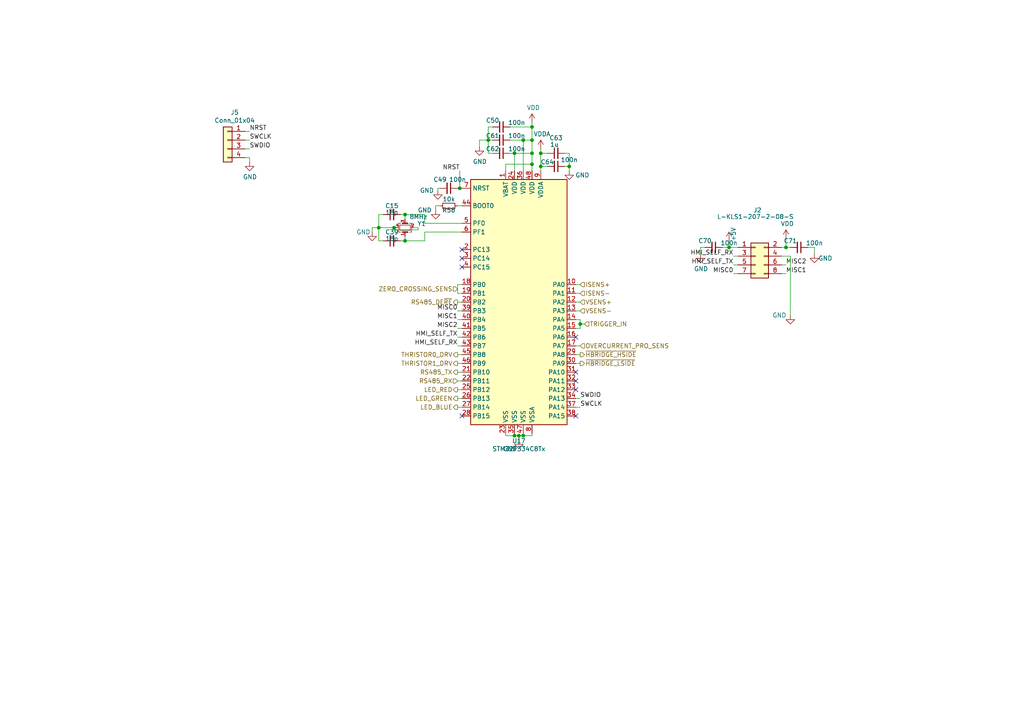
<source format=kicad_sch>
(kicad_sch (version 20200618) (host eeschema "5.99.0-unknown-f3f1740~101~ubuntu18.04.1")
  (page 9 8)
  (paper "A4")
  (lib_symbols
    (symbol "Connector_Generic:Conn_01x04_2" (pin_names hide)
      (property "Reference" "J" (at 0 5.08 0))
      (property "Value" "Conn_01x04" (at 0 -7.62 0))
      (symbol "Conn_01x04_2_1_1"
        (rectangle (start -1.27 -4.953) (end 0 -5.207))
        (rectangle (start -1.27 -2.413) (end 0 -2.667))
        (rectangle (start -1.27 2.667) (end 0 2.413))
        (rectangle (start -1.27 3.81) (end 1.27 -6.35) (stroke (width 0.254)) (fill (type background)))
        (rectangle (start -1.27 0.127) (end 0 -0.127))
        (pin passive line (at -5.08 2.54 0) (length 3.81) (name "Pin_1") (number "1"))
        (pin passive line (at -5.08 0 0) (length 3.81) (name "Pin_2") (number "2"))
        (pin passive line (at -5.08 -2.54 0) (length 3.81) (name "Pin_3") (number "3"))
        (pin passive line (at -5.08 -5.08 0) (length 3.81) (name "Pin_4") (number "4"))
      )
    )
    (symbol "Connector_Generic:Conn_02x04_Odd_Even" (pin_names hide)
      (property "Reference" "J" (at 1.27 5.08 0))
      (property "Value" "Conn_02x04_Odd_Even" (at 1.27 -7.62 0))
      (symbol "Conn_02x04_Odd_Even_1_1"
        (rectangle (start -1.27 -4.953) (end 0 -5.207))
        (rectangle (start -1.27 -2.413) (end 0 -2.667))
        (rectangle (start -1.27 2.667) (end 0 2.413))
        (rectangle (start -1.27 3.81) (end 3.81 -6.35) (stroke (width 0.254)) (fill (type background)))
        (rectangle (start -1.27 0.127) (end 0 -0.127))
        (rectangle (start 3.81 -4.953) (end 2.54 -5.207))
        (rectangle (start 3.81 -2.413) (end 2.54 -2.667))
        (rectangle (start 3.81 2.667) (end 2.54 2.413))
        (rectangle (start 3.81 0.127) (end 2.54 -0.127))
        (pin passive line (at -5.08 2.54 0) (length 3.81) (name "Pin_1") (number "1"))
        (pin passive line (at 7.62 2.54 180) (length 3.81) (name "Pin_2") (number "2"))
        (pin passive line (at -5.08 0 0) (length 3.81) (name "Pin_3") (number "3"))
        (pin passive line (at 7.62 0 180) (length 3.81) (name "Pin_4") (number "4"))
        (pin passive line (at -5.08 -2.54 0) (length 3.81) (name "Pin_5") (number "5"))
        (pin passive line (at 7.62 -2.54 180) (length 3.81) (name "Pin_6") (number "6"))
        (pin passive line (at -5.08 -5.08 0) (length 3.81) (name "Pin_7") (number "7"))
        (pin passive line (at 7.62 -5.08 180) (length 3.81) (name "Pin_8") (number "8"))
      )
    )
    (symbol "Device:C_Small" (pin_numbers hide) (pin_names (offset 0.254) hide)
      (property "Reference" "C" (at 0.254 1.778 0))
      (property "Value" "C_Small" (at 0.254 -2.032 0))
      (symbol "C_Small_0_1"
        (polyline (pts (xy -1.524 -0.508) (xy 1.524 -0.508)) (stroke (width 0.3302)))
        (polyline (pts (xy -1.524 0.508) (xy 1.524 0.508)) (stroke (width 0.3048)))
      )
      (symbol "C_Small_1_1"
        (pin passive line (at 0 2.54 270) (length 2.032) (name "~") (number "1"))
        (pin passive line (at 0 -2.54 90) (length 2.032) (name "~") (number "2"))
      )
    )
    (symbol "Device:C_Small_1" (pin_numbers hide) (pin_names (offset 0.254) hide)
      (property "Reference" "C" (at 0.254 1.778 0))
      (property "Value" "C_Small" (at 0.254 -2.032 0))
      (symbol "C_Small_1_0_1"
        (polyline (pts (xy -1.524 -0.508) (xy 1.524 -0.508)) (stroke (width 0.3302)))
        (polyline (pts (xy -1.524 0.508) (xy 1.524 0.508)) (stroke (width 0.3048)))
      )
      (symbol "C_Small_1_1_1"
        (pin passive line (at 0 2.54 270) (length 2.032) (name "~") (number "1"))
        (pin passive line (at 0 -2.54 90) (length 2.032) (name "~") (number "2"))
      )
    )
    (symbol "Device:C_Small_10" (pin_numbers hide) (pin_names (offset 0.254) hide)
      (property "Reference" "C" (at 0.254 1.778 0))
      (property "Value" "C_Small" (at 0.254 -2.032 0))
      (symbol "C_Small_10_0_1"
        (polyline (pts (xy -1.524 -0.508) (xy 1.524 -0.508)) (stroke (width 0.3302)))
        (polyline (pts (xy -1.524 0.508) (xy 1.524 0.508)) (stroke (width 0.3048)))
      )
      (symbol "C_Small_10_1_1"
        (pin passive line (at 0 2.54 270) (length 2.032) (name "~") (number "1"))
        (pin passive line (at 0 -2.54 90) (length 2.032) (name "~") (number "2"))
      )
    )
    (symbol "Device:C_Small_11" (pin_numbers hide) (pin_names (offset 0.254) hide)
      (property "Reference" "C" (at 0.254 1.778 0))
      (property "Value" "C_Small" (at 0.254 -2.032 0))
      (symbol "C_Small_11_0_1"
        (polyline (pts (xy -1.524 -0.508) (xy 1.524 -0.508)) (stroke (width 0.3302)))
        (polyline (pts (xy -1.524 0.508) (xy 1.524 0.508)) (stroke (width 0.3048)))
      )
      (symbol "C_Small_11_1_1"
        (pin passive line (at 0 2.54 270) (length 2.032) (name "~") (number "1"))
        (pin passive line (at 0 -2.54 90) (length 2.032) (name "~") (number "2"))
      )
    )
    (symbol "Device:C_Small_2" (pin_numbers hide) (pin_names (offset 0.254) hide)
      (property "Reference" "C" (at 0.254 1.778 0))
      (property "Value" "C_Small" (at 0.254 -2.032 0))
      (symbol "C_Small_2_0_1"
        (polyline (pts (xy -1.524 -0.508) (xy 1.524 -0.508)) (stroke (width 0.3302)))
        (polyline (pts (xy -1.524 0.508) (xy 1.524 0.508)) (stroke (width 0.3048)))
      )
      (symbol "C_Small_2_1_1"
        (pin passive line (at 0 2.54 270) (length 2.032) (name "~") (number "1"))
        (pin passive line (at 0 -2.54 90) (length 2.032) (name "~") (number "2"))
      )
    )
    (symbol "Device:C_Small_3" (pin_numbers hide) (pin_names (offset 0.254) hide)
      (property "Reference" "C" (at 0.254 1.778 0))
      (property "Value" "C_Small" (at 0.254 -2.032 0))
      (symbol "C_Small_3_0_1"
        (polyline (pts (xy -1.524 -0.508) (xy 1.524 -0.508)) (stroke (width 0.3302)))
        (polyline (pts (xy -1.524 0.508) (xy 1.524 0.508)) (stroke (width 0.3048)))
      )
      (symbol "C_Small_3_1_1"
        (pin passive line (at 0 2.54 270) (length 2.032) (name "~") (number "1"))
        (pin passive line (at 0 -2.54 90) (length 2.032) (name "~") (number "2"))
      )
    )
    (symbol "Device:C_Small_6" (pin_numbers hide) (pin_names (offset 0.254) hide)
      (property "Reference" "C" (at 0.254 1.778 0))
      (property "Value" "C_Small" (at 0.254 -2.032 0))
      (symbol "C_Small_6_0_1"
        (polyline (pts (xy -1.524 -0.508) (xy 1.524 -0.508)) (stroke (width 0.3302)))
        (polyline (pts (xy -1.524 0.508) (xy 1.524 0.508)) (stroke (width 0.3048)))
      )
      (symbol "C_Small_6_1_1"
        (pin passive line (at 0 2.54 270) (length 2.032) (name "~") (number "1"))
        (pin passive line (at 0 -2.54 90) (length 2.032) (name "~") (number "2"))
      )
    )
    (symbol "Device:C_Small_7" (pin_numbers hide) (pin_names (offset 0.254) hide)
      (property "Reference" "C" (at 0.254 1.778 0))
      (property "Value" "C_Small" (at 0.254 -2.032 0))
      (symbol "C_Small_7_0_1"
        (polyline (pts (xy -1.524 -0.508) (xy 1.524 -0.508)) (stroke (width 0.3302)))
        (polyline (pts (xy -1.524 0.508) (xy 1.524 0.508)) (stroke (width 0.3048)))
      )
      (symbol "C_Small_7_1_1"
        (pin passive line (at 0 2.54 270) (length 2.032) (name "~") (number "1"))
        (pin passive line (at 0 -2.54 90) (length 2.032) (name "~") (number "2"))
      )
    )
    (symbol "Device:C_Small_8" (pin_numbers hide) (pin_names (offset 0.254) hide)
      (property "Reference" "C" (at 0.254 1.778 0))
      (property "Value" "C_Small" (at 0.254 -2.032 0))
      (symbol "C_Small_8_0_1"
        (polyline (pts (xy -1.524 -0.508) (xy 1.524 -0.508)) (stroke (width 0.3302)))
        (polyline (pts (xy -1.524 0.508) (xy 1.524 0.508)) (stroke (width 0.3048)))
      )
      (symbol "C_Small_8_1_1"
        (pin passive line (at 0 2.54 270) (length 2.032) (name "~") (number "1"))
        (pin passive line (at 0 -2.54 90) (length 2.032) (name "~") (number "2"))
      )
    )
    (symbol "Device:C_Small_9" (pin_numbers hide) (pin_names (offset 0.254) hide)
      (property "Reference" "C" (at 0.254 1.778 0))
      (property "Value" "C_Small" (at 0.254 -2.032 0))
      (symbol "C_Small_9_0_1"
        (polyline (pts (xy -1.524 -0.508) (xy 1.524 -0.508)) (stroke (width 0.3302)))
        (polyline (pts (xy -1.524 0.508) (xy 1.524 0.508)) (stroke (width 0.3048)))
      )
      (symbol "C_Small_9_1_1"
        (pin passive line (at 0 2.54 270) (length 2.032) (name "~") (number "1"))
        (pin passive line (at 0 -2.54 90) (length 2.032) (name "~") (number "2"))
      )
    )
    (symbol "Device:Crystal_GND24_Small" (pin_names hide)
      (property "Reference" "Y" (at 1.27 4.445 0))
      (property "Value" "Crystal_GND24_Small" (at 1.27 2.54 0))
      (symbol "Crystal_GND24_Small_0_1"
        (rectangle (start -0.762 -1.524) (end 0.762 1.524))
        (polyline (pts (xy -1.27 -0.762) (xy -1.27 0.762)) (stroke (width 0.381)))
        (polyline (pts (xy 1.27 -0.762) (xy 1.27 0.762)) (stroke (width 0.381)))
        (polyline (pts (xy -1.27 -1.27) (xy -1.27 -1.905) (xy 1.27 -1.905) (xy 1.27 -1.27)))
        (polyline (pts (xy -1.27 1.27) (xy -1.27 1.905) (xy 1.27 1.905) (xy 1.27 1.27)))
      )
      (symbol "Crystal_GND24_Small_1_1"
        (pin passive line (at -2.54 0 0) (length 1.27) (name "1") (number "1"))
        (pin passive line (at 0 -2.54 90) (length 0.635) (name "2") (number "2"))
        (pin passive line (at 2.54 0 180) (length 1.27) (name "3") (number "3"))
        (pin passive line (at 0 2.54 270) (length 0.635) (name "4") (number "4"))
      )
    )
    (symbol "Device:R_Small" (pin_numbers hide) (pin_names (offset 0.254) hide)
      (property "Reference" "R" (at 0.762 0.508 0))
      (property "Value" "R_Small" (at 0.762 -1.016 0))
      (symbol "R_Small_0_1"
        (rectangle (start -0.762 1.778) (end 0.762 -1.778) (stroke (width 0.2032)))
      )
      (symbol "R_Small_1_1"
        (pin passive line (at 0 2.54 270) (length 0.762) (name "~") (number "1"))
        (pin passive line (at 0 -2.54 90) (length 0.762) (name "~") (number "2"))
      )
    )
    (symbol "MCU_ST_STM32F3:STM32F334C8Tx" (pin_names (offset 0.508))
      (property "Reference" "U" (at -15.24 36.83 0))
      (property "Value" "STM32F334C8Tx" (at 7.62 36.83 0))
      (symbol "STM32F334C8Tx_0_1"
        (rectangle (start -15.24 -35.56) (end 12.7 35.56) (stroke (width 0.254)) (fill (type background)))
      )
      (symbol "STM32F334C8Tx_1_1"
        (pin input line (at -17.78 27.94 0) (length 2.54) (name "BOOT0") (number "44"))
        (pin input line (at -17.78 33.02 0) (length 2.54) (name "NRST") (number "7"))
        (pin bidirectional line (at 15.24 5.08 180) (length 2.54) (name "PA0") (number "10"))
        (pin bidirectional line (at 15.24 2.54 180) (length 2.54) (name "PA1") (number "11"))
        (pin bidirectional line (at 15.24 -20.32 180) (length 2.54) (name "PA10") (number "31"))
        (pin bidirectional line (at 15.24 -22.86 180) (length 2.54) (name "PA11") (number "32"))
        (pin bidirectional line (at 15.24 -25.4 180) (length 2.54) (name "PA12") (number "33"))
        (pin bidirectional line (at 15.24 -27.94 180) (length 2.54) (name "PA13") (number "34"))
        (pin bidirectional line (at 15.24 -30.48 180) (length 2.54) (name "PA14") (number "37"))
        (pin bidirectional line (at 15.24 -33.02 180) (length 2.54) (name "PA15") (number "38"))
        (pin bidirectional line (at 15.24 0 180) (length 2.54) (name "PA2") (number "12"))
        (pin bidirectional line (at 15.24 -2.54 180) (length 2.54) (name "PA3") (number "13"))
        (pin bidirectional line (at 15.24 -5.08 180) (length 2.54) (name "PA4") (number "14"))
        (pin bidirectional line (at 15.24 -7.62 180) (length 2.54) (name "PA5") (number "15"))
        (pin bidirectional line (at 15.24 -10.16 180) (length 2.54) (name "PA6") (number "16"))
        (pin bidirectional line (at 15.24 -12.7 180) (length 2.54) (name "PA7") (number "17"))
        (pin bidirectional line (at 15.24 -15.24 180) (length 2.54) (name "PA8") (number "29"))
        (pin bidirectional line (at 15.24 -17.78 180) (length 2.54) (name "PA9") (number "30"))
        (pin bidirectional line (at -17.78 5.08 0) (length 2.54) (name "PB0") (number "18"))
        (pin bidirectional line (at -17.78 2.54 0) (length 2.54) (name "PB1") (number "19"))
        (pin bidirectional line (at -17.78 -20.32 0) (length 2.54) (name "PB10") (number "21"))
        (pin bidirectional line (at -17.78 -22.86 0) (length 2.54) (name "PB11") (number "22"))
        (pin bidirectional line (at -17.78 -25.4 0) (length 2.54) (name "PB12") (number "25"))
        (pin bidirectional line (at -17.78 -27.94 0) (length 2.54) (name "PB13") (number "26"))
        (pin bidirectional line (at -17.78 -30.48 0) (length 2.54) (name "PB14") (number "27"))
        (pin bidirectional line (at -17.78 -33.02 0) (length 2.54) (name "PB15") (number "28"))
        (pin bidirectional line (at -17.78 0 0) (length 2.54) (name "PB2") (number "20"))
        (pin bidirectional line (at -17.78 -2.54 0) (length 2.54) (name "PB3") (number "39"))
        (pin bidirectional line (at -17.78 -5.08 0) (length 2.54) (name "PB4") (number "40"))
        (pin bidirectional line (at -17.78 -7.62 0) (length 2.54) (name "PB5") (number "41"))
        (pin bidirectional line (at -17.78 -10.16 0) (length 2.54) (name "PB6") (number "42"))
        (pin bidirectional line (at -17.78 -12.7 0) (length 2.54) (name "PB7") (number "43"))
        (pin bidirectional line (at -17.78 -15.24 0) (length 2.54) (name "PB8") (number "45"))
        (pin bidirectional line (at -17.78 -17.78 0) (length 2.54) (name "PB9") (number "46"))
        (pin bidirectional line (at -17.78 15.24 0) (length 2.54) (name "PC13") (number "2"))
        (pin bidirectional line (at -17.78 12.7 0) (length 2.54) (name "PC14") (number "3"))
        (pin bidirectional line (at -17.78 10.16 0) (length 2.54) (name "PC15") (number "4"))
        (pin input line (at -17.78 22.86 0) (length 2.54) (name "PF0") (number "5"))
        (pin input line (at -17.78 20.32 0) (length 2.54) (name "PF1") (number "6"))
        (pin power_in line (at -5.08 38.1 270) (length 2.54) (name "VBAT") (number "1"))
        (pin power_in line (at -2.54 38.1 270) (length 2.54) (name "VDD") (number "24"))
        (pin power_in line (at 0 38.1 270) (length 2.54) (name "VDD") (number "36"))
        (pin power_in line (at 2.54 38.1 270) (length 2.54) (name "VDD") (number "48"))
        (pin power_in line (at 5.08 38.1 270) (length 2.54) (name "VDDA") (number "9"))
        (pin power_in line (at -5.08 -38.1 90) (length 2.54) (name "VSS") (number "23"))
        (pin power_in line (at -2.54 -38.1 90) (length 2.54) (name "VSS") (number "35"))
        (pin power_in line (at 0 -38.1 90) (length 2.54) (name "VSS") (number "47"))
        (pin power_in line (at 2.54 -38.1 90) (length 2.54) (name "VSSA") (number "8"))
      )
    )
    (symbol "power:+5V" (power) (pin_names (offset 0))
      (property "Value" "+5V" (at 0 3.556 0))
      (symbol "+5V_0_1"
        (polyline (pts (xy -0.762 1.27) (xy 0 2.54)))
        (polyline (pts (xy 0 0) (xy 0 2.54)))
        (polyline (pts (xy 0 2.54) (xy 0.762 1.27)))
      )
      (symbol "+5V_1_1"
        (pin power_in line (at 0 0 90) (length 0) hide (name "+5V") (number "1"))
      )
    )
    (symbol "power:GND" (power) (pin_names (offset 0))
      (property "Value" "GND" (at 0 -3.81 0))
      (symbol "GND_0_1"
        (polyline (pts (xy 0 0) (xy 0 -1.27) (xy 1.27 -1.27) (xy 0 -2.54) (xy -1.27 -1.27) (xy 0 -1.27)))
      )
      (symbol "GND_1_1"
        (pin power_in line (at 0 0 270) (length 0) hide (name "GND") (number "1"))
      )
    )
    (symbol "power:VDD" (power) (pin_names (offset 0))
      (property "Value" "VDD" (at 0 3.81 0))
      (symbol "VDD_0_1"
        (polyline (pts (xy -0.762 1.27) (xy 0 2.54)))
        (polyline (pts (xy 0 0) (xy 0 2.54)))
        (polyline (pts (xy 0 2.54) (xy 0.762 1.27)))
      )
      (symbol "VDD_1_1"
        (pin power_in line (at 0 0 90) (length 0) hide (name "VDD") (number "1"))
      )
    )
    (symbol "power:VDDA" (power) (pin_names (offset 0))
      (property "Value" "VDDA" (at 0 3.81 0))
      (symbol "VDDA_0_1"
        (polyline (pts (xy -0.762 1.27) (xy 0 2.54)))
        (polyline (pts (xy 0 0) (xy 0 2.54)))
        (polyline (pts (xy 0 2.54) (xy 0.762 1.27)))
      )
      (symbol "VDDA_1_1"
        (pin power_in line (at 0 0 90) (length 0) hide (name "VDDA") (number "1"))
      )
    )
  )
  (junction (at 109.855 66.04))
  (junction (at 114.3 66.04))
  (junction (at 117.475 62.23))
  (junction (at 117.475 69.85))
  (junction (at 133.35 54.61))
  (junction (at 141.605 40.64))
  (junction (at 149.225 44.45))
  (junction (at 149.225 126.365))
  (junction (at 150.495 126.365))
  (junction (at 151.765 40.64))
  (junction (at 151.765 126.365))
  (junction (at 154.305 36.83))
  (junction (at 154.305 40.64))
  (junction (at 154.305 44.45))
  (junction (at 154.305 47.625))
  (junction (at 156.845 44.45))
  (junction (at 156.845 48.26))
  (junction (at 165.1 48.26))
  (junction (at 168.275 93.98))
  (junction (at 211.455 71.755))
  (junction (at 227.965 71.755))
  (no_connect (at 133.985 74.93))
  (no_connect (at 167.005 120.65))
  (no_connect (at 167.005 110.49))
  (no_connect (at 133.985 77.47))
  (no_connect (at 167.005 97.79))
  (no_connect (at 167.005 107.95))
  (no_connect (at 133.985 72.39))
  (no_connect (at 133.985 120.65))
  (no_connect (at 167.005 113.03))
  (wire (pts (xy 71.12 38.1) (xy 72.39 38.1)))
  (wire (pts (xy 71.12 40.64) (xy 72.39 40.64)))
  (wire (pts (xy 71.12 43.18) (xy 72.39 43.18)))
  (wire (pts (xy 71.12 45.72) (xy 72.39 45.72)))
  (wire (pts (xy 72.39 45.72) (xy 72.39 46.99)))
  (wire (pts (xy 107.95 66.04) (xy 109.855 66.04)))
  (wire (pts (xy 107.95 67.31) (xy 107.95 66.04)))
  (wire (pts (xy 109.855 62.23) (xy 109.855 66.04)))
  (wire (pts (xy 109.855 66.04) (xy 109.855 69.85)))
  (wire (pts (xy 109.855 66.04) (xy 114.3 66.04)))
  (wire (pts (xy 109.855 69.85) (xy 111.125 69.85)))
  (wire (pts (xy 111.125 62.23) (xy 109.855 62.23)))
  (wire (pts (xy 114.3 66.04) (xy 114.3 66.675)))
  (wire (pts (xy 114.3 66.04) (xy 114.935 66.04)))
  (wire (pts (xy 114.3 66.675) (xy 121.285 66.675)))
  (wire (pts (xy 116.205 62.23) (xy 117.475 62.23)))
  (wire (pts (xy 116.205 69.85) (xy 117.475 69.85)))
  (wire (pts (xy 117.475 62.23) (xy 117.475 63.5)))
  (wire (pts (xy 117.475 62.23) (xy 123.19 62.23)))
  (wire (pts (xy 117.475 69.85) (xy 117.475 68.58)))
  (wire (pts (xy 117.475 69.85) (xy 123.19 69.85)))
  (wire (pts (xy 120.015 66.04) (xy 121.285 66.04)))
  (wire (pts (xy 121.285 66.675) (xy 121.285 66.04)))
  (wire (pts (xy 123.19 62.23) (xy 123.19 64.77)))
  (wire (pts (xy 123.19 64.77) (xy 133.985 64.77)))
  (wire (pts (xy 123.19 67.31) (xy 133.985 67.31)))
  (wire (pts (xy 123.19 69.85) (xy 123.19 67.31)))
  (wire (pts (xy 126.365 59.69) (xy 127.635 59.69)))
  (wire (pts (xy 126.365 60.96) (xy 126.365 59.69)))
  (wire (pts (xy 127 54.61) (xy 127.635 54.61)))
  (wire (pts (xy 127 55.245) (xy 127 54.61)))
  (wire (pts (xy 132.715 54.61) (xy 133.35 54.61)))
  (wire (pts (xy 132.715 59.69) (xy 133.985 59.69)))
  (wire (pts (xy 132.715 82.55) (xy 132.715 85.09)))
  (wire (pts (xy 132.715 85.09) (xy 133.985 85.09)))
  (wire (pts (xy 132.715 87.63) (xy 133.985 87.63)))
  (wire (pts (xy 132.715 90.17) (xy 133.985 90.17)))
  (wire (pts (xy 132.715 92.71) (xy 133.985 92.71)))
  (wire (pts (xy 132.715 95.25) (xy 133.985 95.25)))
  (wire (pts (xy 132.715 97.79) (xy 133.985 97.79)))
  (wire (pts (xy 132.715 100.33) (xy 133.985 100.33)))
  (wire (pts (xy 132.715 102.87) (xy 133.985 102.87)))
  (wire (pts (xy 132.715 105.41) (xy 133.985 105.41)))
  (wire (pts (xy 132.715 107.95) (xy 133.985 107.95)))
  (wire (pts (xy 132.715 110.49) (xy 133.985 110.49)))
  (wire (pts (xy 132.715 113.03) (xy 133.985 113.03)))
  (wire (pts (xy 132.715 115.57) (xy 133.985 115.57)))
  (wire (pts (xy 132.715 118.11) (xy 133.985 118.11)))
  (wire (pts (xy 133.35 49.53) (xy 133.35 54.61)))
  (wire (pts (xy 133.35 54.61) (xy 133.985 54.61)))
  (wire (pts (xy 133.985 82.55) (xy 132.715 82.55)))
  (wire (pts (xy 139.065 40.64) (xy 141.605 40.64)))
  (wire (pts (xy 139.065 42.545) (xy 139.065 40.64)))
  (wire (pts (xy 141.605 36.83) (xy 141.605 40.64)))
  (wire (pts (xy 141.605 40.64) (xy 141.605 44.45)))
  (wire (pts (xy 141.605 40.64) (xy 142.875 40.64)))
  (wire (pts (xy 141.605 44.45) (xy 142.875 44.45)))
  (wire (pts (xy 142.875 36.83) (xy 141.605 36.83)))
  (wire (pts (xy 146.685 47.625) (xy 154.305 47.625)))
  (wire (pts (xy 146.685 49.53) (xy 146.685 47.625)))
  (wire (pts (xy 146.685 125.73) (xy 146.685 126.365)))
  (wire (pts (xy 146.685 126.365) (xy 149.225 126.365)))
  (wire (pts (xy 147.955 36.83) (xy 154.305 36.83)))
  (wire (pts (xy 147.955 40.64) (xy 151.765 40.64)))
  (wire (pts (xy 149.225 44.45) (xy 147.955 44.45)))
  (wire (pts (xy 149.225 44.45) (xy 154.305 44.45)))
  (wire (pts (xy 149.225 49.53) (xy 149.225 44.45)))
  (wire (pts (xy 149.225 125.73) (xy 149.225 126.365)))
  (wire (pts (xy 149.225 126.365) (xy 150.495 126.365)))
  (wire (pts (xy 150.495 126.365) (xy 150.495 127.635)))
  (wire (pts (xy 150.495 126.365) (xy 151.765 126.365)))
  (wire (pts (xy 151.765 40.64) (xy 151.765 49.53)))
  (wire (pts (xy 151.765 40.64) (xy 154.305 40.64)))
  (wire (pts (xy 151.765 126.365) (xy 151.765 125.73)))
  (wire (pts (xy 151.765 126.365) (xy 154.305 126.365)))
  (wire (pts (xy 154.305 35.56) (xy 154.305 36.83)))
  (wire (pts (xy 154.305 36.83) (xy 154.305 40.64)))
  (wire (pts (xy 154.305 40.64) (xy 154.305 44.45)))
  (wire (pts (xy 154.305 44.45) (xy 154.305 47.625)))
  (wire (pts (xy 154.305 47.625) (xy 154.305 49.53)))
  (wire (pts (xy 154.305 126.365) (xy 154.305 125.73)))
  (wire (pts (xy 156.845 43.18) (xy 156.845 44.45)))
  (wire (pts (xy 156.845 44.45) (xy 156.845 48.26)))
  (wire (pts (xy 156.845 44.45) (xy 158.75 44.45)))
  (wire (pts (xy 156.845 48.26) (xy 156.845 49.53)))
  (wire (pts (xy 156.845 48.26) (xy 158.75 48.26)))
  (wire (pts (xy 163.83 44.45) (xy 165.1 44.45)))
  (wire (pts (xy 163.83 48.26) (xy 165.1 48.26)))
  (wire (pts (xy 165.1 44.45) (xy 165.1 48.26)))
  (wire (pts (xy 165.1 48.26) (xy 165.1 49.53)))
  (wire (pts (xy 167.005 82.55) (xy 168.275 82.55)))
  (wire (pts (xy 167.005 85.09) (xy 168.275 85.09)))
  (wire (pts (xy 167.005 87.63) (xy 168.275 87.63)))
  (wire (pts (xy 167.005 90.17) (xy 168.275 90.17)))
  (wire (pts (xy 167.005 95.25) (xy 168.275 95.25)))
  (wire (pts (xy 167.005 100.33) (xy 168.275 100.33)))
  (wire (pts (xy 167.005 102.87) (xy 168.275 102.87)))
  (wire (pts (xy 167.005 105.41) (xy 168.275 105.41)))
  (wire (pts (xy 167.005 115.57) (xy 168.275 115.57)))
  (wire (pts (xy 167.005 118.11) (xy 168.275 118.11)))
  (wire (pts (xy 168.275 92.71) (xy 167.005 92.71)))
  (wire (pts (xy 168.275 93.98) (xy 168.275 92.71)))
  (wire (pts (xy 168.275 93.98) (xy 169.545 93.98)))
  (wire (pts (xy 168.275 95.25) (xy 168.275 93.98)))
  (wire (pts (xy 203.2 71.755) (xy 204.47 71.755)))
  (wire (pts (xy 203.2 73.66) (xy 203.2 71.755)))
  (wire (pts (xy 209.55 71.755) (xy 211.455 71.755)))
  (wire (pts (xy 211.455 69.85) (xy 211.455 71.755)))
  (wire (pts (xy 211.455 71.755) (xy 213.995 71.755)))
  (wire (pts (xy 212.725 74.295) (xy 213.995 74.295)))
  (wire (pts (xy 212.725 76.835) (xy 213.995 76.835)))
  (wire (pts (xy 212.725 79.375) (xy 213.995 79.375)))
  (wire (pts (xy 226.695 71.755) (xy 227.965 71.755)))
  (wire (pts (xy 226.695 76.835) (xy 227.965 76.835)))
  (wire (pts (xy 226.695 79.375) (xy 227.965 79.375)))
  (wire (pts (xy 227.965 71.755) (xy 227.965 69.215)))
  (wire (pts (xy 227.965 71.755) (xy 229.235 71.755)))
  (wire (pts (xy 229.235 74.295) (xy 226.695 74.295)))
  (wire (pts (xy 229.235 91.44) (xy 229.235 74.295)))
  (wire (pts (xy 234.315 71.755) (xy 236.22 71.755)))
  (wire (pts (xy 236.22 71.755) (xy 236.22 73.66)))
  (label "NRST" (at 72.39 38.1 0))
  (label "SWCLK" (at 72.39 40.64 0))
  (label "SWDIO" (at 72.39 43.18 0))
  (label "MISC0" (at 132.715 90.17 180))
  (label "MISC1" (at 132.715 92.71 180))
  (label "MISC2" (at 132.715 95.25 180))
  (label "HMI_SELF_TX" (at 132.715 97.79 180))
  (label "HMI_SELF_RX" (at 132.715 100.33 180))
  (label "NRST" (at 133.35 49.53 180))
  (label "SWDIO" (at 168.275 115.57 0))
  (label "SWCLK" (at 168.275 118.11 0))
  (label "HMI_SELF_RX" (at 212.725 74.295 180))
  (label "HMI_SELF_TX" (at 212.725 76.835 180))
  (label "MISC0" (at 212.725 79.375 180))
  (label "MISC2" (at 227.965 76.835 0))
  (label "MISC1" (at 227.965 79.375 0))
  (hierarchical_label "ZERO_CROSSING_SENS" (shape input) (at 132.715 83.82 180))
  (hierarchical_label "RS485_DE~RE" (shape output) (at 132.715 87.63 180))
  (hierarchical_label "THRISTOR0_DRV" (shape output) (at 132.715 102.87 180))
  (hierarchical_label "THRISTOR1_DRV" (shape output) (at 132.715 105.41 180))
  (hierarchical_label "RS485_TX" (shape output) (at 132.715 107.95 180))
  (hierarchical_label "RS485_RX" (shape input) (at 132.715 110.49 180))
  (hierarchical_label "LED_RED" (shape output) (at 132.715 113.03 180))
  (hierarchical_label "LED_GREEN" (shape output) (at 132.715 115.57 180))
  (hierarchical_label "LED_BLUE" (shape output) (at 132.715 118.11 180))
  (hierarchical_label "ISENS+" (shape input) (at 168.275 82.55 0))
  (hierarchical_label "ISENS-" (shape input) (at 168.275 85.09 0))
  (hierarchical_label "VSENS+" (shape input) (at 168.275 87.63 0))
  (hierarchical_label "VSENS-" (shape input) (at 168.275 90.17 0))
  (hierarchical_label "OVERCURRENT_PRO_SENS" (shape input) (at 168.275 100.33 0))
  (hierarchical_label "~HBRIDGE_HSIDE" (shape output) (at 168.275 102.87 0))
  (hierarchical_label "~HBRIDGE_LSIDE" (shape output) (at 168.275 105.41 0))
  (hierarchical_label "TRIGGER_IN" (shape input) (at 169.545 93.98 0))
  (symbol (lib_id "power:VDD") (at 154.305 35.56 0)
    (property "Reference" "#PWR064" (effects hide))
    (property "Value" "VDD" (at 154.686 31.242 0))
  )
  (symbol (lib_id "power:VDDA") (at 156.845 43.18 0)
    (property "Reference" "#PWR069" (effects hide))
    (property "Value" "VDDA" (at 157.226 38.862 0))
  )
  (symbol (lib_id "power:+5V") (at 211.455 69.85 0)
    (property "Reference" "#PWR031" (effects hide))
    (property "Value" "+5V" (at 212.725 67.945 90))
  )
  (symbol (lib_id "power:VDD") (at 227.965 69.215 0)
    (property "Reference" "#PWR073" (effects hide))
    (property "Value" "VDD" (at 228.346 64.897 0))
  )
  (symbol (lib_id "power:GND") (at 72.39 46.99 0)
    (property "Reference" "#PWR027" (effects hide))
    (property "Value" "GND" (at 72.5043 51.3144 0))
  )
  (symbol (lib_id "power:GND") (at 107.95 67.31 0)
    (property "Reference" "#PWR034" (effects hide))
    (property "Value" "GND" (at 105.41 67.31 0))
  )
  (symbol (lib_id "power:GND") (at 126.365 60.96 0)
    (property "Reference" "#PWR054" (effects hide))
    (property "Value" "GND" (at 123.19 60.96 0))
  )
  (symbol (lib_id "power:GND") (at 127 55.245 0)
    (property "Reference" "#PWR057" (effects hide))
    (property "Value" "GND" (at 123.825 55.245 0))
  )
  (symbol (lib_id "power:GND") (at 139.065 42.545 0)
    (property "Reference" "#PWR063" (effects hide))
    (property "Value" "GND" (at 139.1793 46.8694 0))
  )
  (symbol (lib_id "power:GND") (at 150.495 127.635 0)
    (property "Reference" "#PWR024" (effects hide))
    (property "Value" "GND" (at 147.955 130.175 0))
  )
  (symbol (lib_id "power:GND") (at 165.1 49.53 0)
    (property "Reference" "#PWR070" (effects hide))
    (property "Value" "GND" (at 168.91 50.8 0))
  )
  (symbol (lib_id "power:GND") (at 203.2 73.66 0)
    (property "Reference" "#PWR0121" (effects hide))
    (property "Value" "GND" (at 203.327 77.978 0))
  )
  (symbol (lib_id "power:GND") (at 229.235 91.44 0)
    (property "Reference" "#PWR029" (effects hide))
    (property "Value" "GND" (at 226.06 91.44 0))
  )
  (symbol (lib_id "power:GND") (at 236.22 73.66 0)
    (property "Reference" "#PWR0122" (effects hide))
    (property "Value" "GND" (at 239.395 74.93 0))
  )
  (symbol (lib_id "Device:R_Small") (at 130.175 59.69 270)
    (property "Reference" "R58" (at 130.175 60.96 90))
    (property "Value" "10k" (at 130.175 57.785 90))
    (property "Footprint" "Resistor_SMD:R_0805_2012Metric" (effects hide))
    (property "Link" "https://ozdisan.com/passive-components/resistors/smt-smd-and-chip-resistors/0805S8J0103T5E" (effects hide))
    (property "Price" "0.01518TL" (effects hide))
  )
  (symbol (lib_name "Device:C_Small_10") (lib_id "Device:C_Small") (at 113.665 62.23 90)
    (property "Reference" "C15" (at 113.665 59.69 90))
    (property "Value" "18p" (at 113.665 61.595 90))
    (property "Footprint" "Capacitor_SMD:C_0603_1608Metric" (effects hide))
    (property "Link" "https://ozdisan.com/passive-components/capacitors/smt-smd-and-mlcc-capacitors/CL10C180JB8NNNC" (effects hide))
    (property "Price" "0.03966TL" (effects hide))
  )
  (symbol (lib_name "Device:C_Small_11") (lib_id "Device:C_Small") (at 113.665 69.85 90)
    (property "Reference" "C39" (at 113.665 67.31 90))
    (property "Value" "18p" (at 113.665 69.215 90))
    (property "Footprint" "Capacitor_SMD:C_0603_1608Metric" (effects hide))
    (property "Link" "https://ozdisan.com/passive-components/capacitors/smt-smd-and-mlcc-capacitors/CL10C180JB8NNNC" (effects hide))
    (property "Price" "0.03966TL" (effects hide))
  )
  (symbol (lib_name "Device:C_Small_8") (lib_id "Device:C_Small") (at 130.175 54.61 270)
    (property "Reference" "C49" (at 127.635 52.07 90))
    (property "Value" "100n" (at 132.715 52.07 90))
    (property "Footprint" "Capacitor_SMD:C_0805_2012Metric" (effects hide))
    (property "Link" "https://ozdisan.com/passive-components/capacitors/smt-smd-and-mlcc-capacitors/CL21B104KBFWPNE" (effects hide))
    (property "Price" "0.10509TL" (effects hide))
  )
  (symbol (lib_name "Device:C_Small_9") (lib_id "Device:C_Small") (at 145.415 36.83 270)
    (property "Reference" "C50" (at 142.875 34.925 90))
    (property "Value" "100n" (at 149.86 35.56 90))
    (property "Footprint" "Capacitor_SMD:C_0805_2012Metric" (effects hide))
    (property "Link" "https://ozdisan.com/passive-components/capacitors/smt-smd-and-mlcc-capacitors/CL21B104KBFWPNE" (effects hide))
    (property "Price" "0.10509TL" (effects hide))
  )
  (symbol (lib_id "Device:C_Small") (at 145.415 40.64 270)
    (property "Reference" "C61" (at 142.875 39.37 90))
    (property "Value" "100n" (at 149.86 39.37 90))
    (property "Footprint" "Capacitor_SMD:C_0805_2012Metric" (effects hide))
    (property "Link" "https://ozdisan.com/passive-components/capacitors/smt-smd-and-mlcc-capacitors/CL21B104KBFWPNE" (effects hide))
    (property "Price" "0.10509TL" (effects hide))
  )
  (symbol (lib_name "Device:C_Small_1") (lib_id "Device:C_Small") (at 145.415 44.45 270)
    (property "Reference" "C62" (at 142.875 43.18 90))
    (property "Value" "100n" (at 149.86 43.18 90))
    (property "Footprint" "Capacitor_SMD:C_0805_2012Metric" (effects hide))
    (property "Link" "https://ozdisan.com/passive-components/capacitors/smt-smd-and-mlcc-capacitors/CL21B104KBFWPNE" (effects hide))
    (property "Price" "0.10509TL" (effects hide))
  )
  (symbol (lib_name "Device:C_Small_6") (lib_id "Device:C_Small") (at 161.29 44.45 90)
    (property "Reference" "C63" (at 161.29 40.005 90))
    (property "Value" "1u " (at 161.29 41.91 90))
    (property "Footprint" "Capacitor_SMD:C_0805_2012Metric" (effects hide))
    (property "Link" "https://ozdisan.com/passive-components/capacitors/smt-smd-and-mlcc-capacitors/CL10A105KB8NNNC" (effects hide))
    (property "Price" "0.16514TL" (effects hide))
  )
  (symbol (lib_name "Device:C_Small_7") (lib_id "Device:C_Small") (at 161.29 48.26 270)
    (property "Reference" "C64" (at 158.75 46.99 90))
    (property "Value" "100n" (at 165.1 46.355 90))
    (property "Footprint" "Capacitor_SMD:C_0805_2012Metric" (effects hide))
    (property "Link" "https://ozdisan.com/passive-components/capacitors/smt-smd-and-mlcc-capacitors/CL21B104KBFWPNE" (effects hide))
    (property "Price" "0.10509TL" (effects hide))
  )
  (symbol (lib_name "Device:C_Small_3") (lib_id "Device:C_Small") (at 207.01 71.755 270)
    (property "Reference" "C70" (at 204.47 69.85 90))
    (property "Value" "100n" (at 211.455 70.485 90))
    (property "Footprint" "Capacitor_SMD:C_0805_2012Metric" (effects hide))
    (property "Link" "https://ozdisan.com/passive-components/capacitors/smt-smd-and-mlcc-capacitors/CL21B104KBFWPNE" (effects hide))
    (property "Price" "0.10509TL" (effects hide))
  )
  (symbol (lib_name "Device:C_Small_2") (lib_id "Device:C_Small") (at 231.775 71.755 270)
    (property "Reference" "C71" (at 229.235 69.85 90))
    (property "Value" "100n" (at 236.22 70.485 90))
    (property "Footprint" "Capacitor_SMD:C_0805_2012Metric" (effects hide))
    (property "Link" "https://ozdisan.com/passive-components/capacitors/smt-smd-and-mlcc-capacitors/CL21B104KBFWPNE" (effects hide))
    (property "Price" "0.10509TL" (effects hide))
  )
  (symbol (lib_id "Device:Crystal_GND24_Small") (at 117.475 66.04 90)
    (property "Reference" "Y1" (at 121.0311 64.8906 90) (effects (justify right)))
    (property "Value" "8MHz" (at 118.745 62.865 90) (effects (justify right)))
    (property "Footprint" "oe_crystal:Crystal_5x3.2mm_4leads" (effects hide))
    (property "Link" "https://ozdisan.com/passive-components/crystals-oscillators-and-resonators/crystals/H130B-8-000-16-3030-TR" (effects hide))
    (property "Price" "3.39617TL" (effects hide))
  )
  (symbol (lib_name "Connector_Generic:Conn_01x04_2") (lib_id "Connector_Generic:Conn_01x04") (at 66.04 40.64 0) (mirror y)
    (property "Reference" "J5" (at 68.072 32.6136 0))
    (property "Value" "Conn_01x04" (at 68.072 34.925 0))
    (property "Footprint" "Connector_PinHeader_2.54mm:PinHeader_1x04_P2.54mm_Vertical" (effects hide))
    (property "Link" "https://ozdisan.com/connectors-and-interconnects/headers/pin-headers/L-KLS1-207-1-04-S" (effects hide))
    (property "Price" "0.0885TL" (effects hide))
  )
  (symbol (lib_id "Connector_Generic:Conn_02x04_Odd_Even") (at 219.075 74.295 0)
    (property "Reference" "J2" (at 219.71 60.96 0))
    (property "Value" "L-KLS1-207-2-08-S" (at 219.075 62.865 0))
    (property "Footprint" "Connector_PinHeader_2.54mm:PinHeader_2x04_P2.54mm_Vertical" (effects hide))
    (property "Link" "https://ozdisan.com/connectors-and-interconnects/headers/pin-headers/L-KLS1-207-2-08-S" (effects hide))
    (property "Price" "0.16419TL" (effects hide))
  )
  (symbol (lib_id "MCU_ST_STM32F3:STM32F334C8Tx") (at 151.765 87.63 0)
    (property "Reference" "U17" (at 150.495 127.8954 0))
    (property "Value" "STM32F334C8Tx" (at 150.495 130.1941 0))
    (property "Footprint" "Package_QFP:LQFP-48_7x7mm_P0.5mm" (effects hide))
    (property "Datasheet" "http://www.st.com/st-web-ui/static/active/en/resource/technical/document/datasheet/DM00097745.pdf" (effects hide))
    (property "Link" "https://ozdisan.com/Product/Detail/493492/STM32F334C8T6" (effects hide))
    (property "Price" "46.60716" (effects hide))
  )
)
</source>
